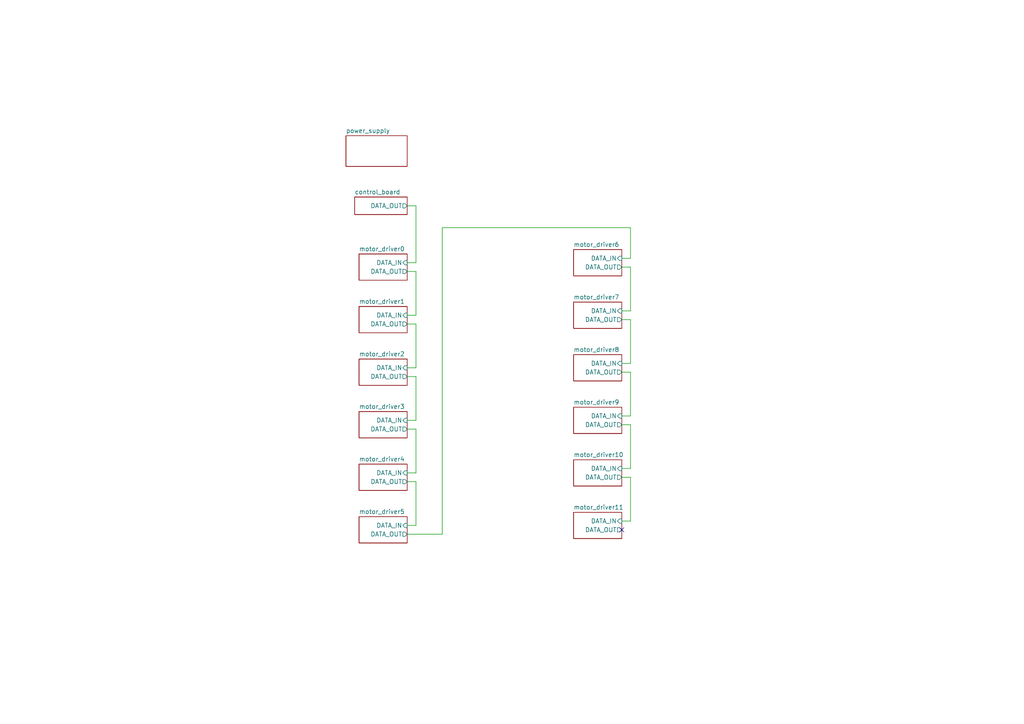
<source format=kicad_sch>
(kicad_sch
	(version 20250114)
	(generator "eeschema")
	(generator_version "9.0")
	(uuid "f74582a2-e122-4df8-8bf1-319684e69fbe")
	(paper "A4")
	(title_block
		(title "Clockclock")
		(date "2025-02-27")
		(rev "v2.1")
	)
	(lib_symbols)
	(no_connect
		(at 180.34 153.67)
		(uuid "1eb5c639-421c-41f7-ad2a-5117d5acb90d")
	)
	(wire
		(pts
			(xy 118.11 124.46) (xy 120.65 124.46)
		)
		(stroke
			(width 0)
			(type default)
		)
		(uuid "0766c422-4abe-404a-88b1-5cc7beb8cc54")
	)
	(wire
		(pts
			(xy 128.27 66.04) (xy 182.88 66.04)
		)
		(stroke
			(width 0)
			(type default)
		)
		(uuid "0a00ede7-bd40-4bb3-a87b-0532f615987b")
	)
	(wire
		(pts
			(xy 120.65 152.4) (xy 118.11 152.4)
		)
		(stroke
			(width 0)
			(type default)
		)
		(uuid "13d79a89-94eb-4b46-bc98-a7e3694e92c4")
	)
	(wire
		(pts
			(xy 180.34 77.47) (xy 182.88 77.47)
		)
		(stroke
			(width 0)
			(type default)
		)
		(uuid "142879d0-7231-4b20-9256-d5a9d87abdf0")
	)
	(wire
		(pts
			(xy 118.11 109.22) (xy 120.65 109.22)
		)
		(stroke
			(width 0)
			(type default)
		)
		(uuid "15a44c3f-3c78-471a-83da-68faec0261c2")
	)
	(wire
		(pts
			(xy 182.88 92.71) (xy 182.88 105.41)
		)
		(stroke
			(width 0)
			(type default)
		)
		(uuid "185a4d7f-2b7f-4c0f-a822-fed7baf2a8ed")
	)
	(wire
		(pts
			(xy 118.11 76.2) (xy 120.65 76.2)
		)
		(stroke
			(width 0)
			(type default)
		)
		(uuid "207f60d3-294d-43fc-b98e-421416a0ceb9")
	)
	(wire
		(pts
			(xy 120.65 121.92) (xy 118.11 121.92)
		)
		(stroke
			(width 0)
			(type default)
		)
		(uuid "20c0aa7c-d58a-4b80-a053-0f55bd872a6d")
	)
	(wire
		(pts
			(xy 182.88 151.13) (xy 180.34 151.13)
		)
		(stroke
			(width 0)
			(type default)
		)
		(uuid "21c71436-083e-42c3-8a31-fb633878eb2a")
	)
	(wire
		(pts
			(xy 182.88 135.89) (xy 180.34 135.89)
		)
		(stroke
			(width 0)
			(type default)
		)
		(uuid "2ff62761-427d-4ef5-833f-cd30f8e395f5")
	)
	(wire
		(pts
			(xy 180.34 123.19) (xy 182.88 123.19)
		)
		(stroke
			(width 0)
			(type default)
		)
		(uuid "37ecf65a-0f04-4961-a9b3-b297839313c0")
	)
	(wire
		(pts
			(xy 182.88 74.93) (xy 180.34 74.93)
		)
		(stroke
			(width 0)
			(type default)
		)
		(uuid "445cb02e-54ec-4f0d-afb2-bbb618859168")
	)
	(wire
		(pts
			(xy 118.11 93.98) (xy 120.65 93.98)
		)
		(stroke
			(width 0)
			(type default)
		)
		(uuid "4ffa7c15-a43b-4d4f-a738-165d9566868b")
	)
	(wire
		(pts
			(xy 118.11 139.7) (xy 120.65 139.7)
		)
		(stroke
			(width 0)
			(type default)
		)
		(uuid "5262fdc5-2cd4-49cf-a5b4-8f412827b4d1")
	)
	(wire
		(pts
			(xy 120.65 78.74) (xy 120.65 91.44)
		)
		(stroke
			(width 0)
			(type default)
		)
		(uuid "5500569c-ecb8-4320-81b9-a6c97dd0cc83")
	)
	(wire
		(pts
			(xy 180.34 107.95) (xy 182.88 107.95)
		)
		(stroke
			(width 0)
			(type default)
		)
		(uuid "5fcb36aa-2720-43c9-9dc2-e5561eefbcf6")
	)
	(wire
		(pts
			(xy 182.88 90.17) (xy 180.34 90.17)
		)
		(stroke
			(width 0)
			(type default)
		)
		(uuid "71125b77-9721-4c17-a2ac-7473fa6fd3d9")
	)
	(wire
		(pts
			(xy 180.34 138.43) (xy 182.88 138.43)
		)
		(stroke
			(width 0)
			(type default)
		)
		(uuid "7487c762-f5dc-4d87-b2a2-901e3f884609")
	)
	(wire
		(pts
			(xy 182.88 123.19) (xy 182.88 135.89)
		)
		(stroke
			(width 0)
			(type default)
		)
		(uuid "7ae7c7a7-a792-407f-9180-8b093b31bb4e")
	)
	(wire
		(pts
			(xy 180.34 92.71) (xy 182.88 92.71)
		)
		(stroke
			(width 0)
			(type default)
		)
		(uuid "7f04f3f7-4dbb-45d0-8512-a3b2d63112e6")
	)
	(wire
		(pts
			(xy 182.88 66.04) (xy 182.88 74.93)
		)
		(stroke
			(width 0)
			(type default)
		)
		(uuid "8e672071-e64c-42d8-a529-a43756145cb4")
	)
	(wire
		(pts
			(xy 118.11 78.74) (xy 120.65 78.74)
		)
		(stroke
			(width 0)
			(type default)
		)
		(uuid "8fad4350-3b09-4d5b-b1dc-cbd48440a6f3")
	)
	(wire
		(pts
			(xy 120.65 139.7) (xy 120.65 152.4)
		)
		(stroke
			(width 0)
			(type default)
		)
		(uuid "a239cbda-cbe9-4ef5-bd4d-2f01b900f627")
	)
	(wire
		(pts
			(xy 120.65 93.98) (xy 120.65 106.68)
		)
		(stroke
			(width 0)
			(type default)
		)
		(uuid "afb29891-3499-463c-a22c-a2ff318e0b18")
	)
	(wire
		(pts
			(xy 182.88 77.47) (xy 182.88 90.17)
		)
		(stroke
			(width 0)
			(type default)
		)
		(uuid "b445cdda-96c8-43d7-86b7-5eede96d80f7")
	)
	(wire
		(pts
			(xy 120.65 106.68) (xy 118.11 106.68)
		)
		(stroke
			(width 0)
			(type default)
		)
		(uuid "b6c0ee73-a359-4817-a021-b1ae7ef4bb5a")
	)
	(wire
		(pts
			(xy 120.65 109.22) (xy 120.65 121.92)
		)
		(stroke
			(width 0)
			(type default)
		)
		(uuid "b7537580-f185-40d2-98f6-240a3f2e2a73")
	)
	(wire
		(pts
			(xy 182.88 120.65) (xy 180.34 120.65)
		)
		(stroke
			(width 0)
			(type default)
		)
		(uuid "b7e835ce-b111-4d2f-ab19-c8ef667344f3")
	)
	(wire
		(pts
			(xy 182.88 105.41) (xy 180.34 105.41)
		)
		(stroke
			(width 0)
			(type default)
		)
		(uuid "b7ec9a7f-7102-484e-8b4e-8ba26fff343e")
	)
	(wire
		(pts
			(xy 182.88 138.43) (xy 182.88 151.13)
		)
		(stroke
			(width 0)
			(type default)
		)
		(uuid "bd1c09a9-5903-4f79-8f0c-60d8ef307507")
	)
	(wire
		(pts
			(xy 120.65 59.69) (xy 118.11 59.69)
		)
		(stroke
			(width 0)
			(type default)
		)
		(uuid "bd33c1a4-74f7-46c6-a531-481770492147")
	)
	(wire
		(pts
			(xy 182.88 107.95) (xy 182.88 120.65)
		)
		(stroke
			(width 0)
			(type default)
		)
		(uuid "cb1d8e51-d4f0-4930-b64e-03524ca53d78")
	)
	(wire
		(pts
			(xy 120.65 124.46) (xy 120.65 137.16)
		)
		(stroke
			(width 0)
			(type default)
		)
		(uuid "d198d63e-fa0f-4cd4-96c1-aa2df8f816e9")
	)
	(wire
		(pts
			(xy 128.27 154.94) (xy 128.27 66.04)
		)
		(stroke
			(width 0)
			(type default)
		)
		(uuid "f0824906-39ad-4d42-807f-3f1d40bd71a4")
	)
	(wire
		(pts
			(xy 120.65 137.16) (xy 118.11 137.16)
		)
		(stroke
			(width 0)
			(type default)
		)
		(uuid "f328a2dc-744d-48bc-beb0-4d4d41c1e264")
	)
	(wire
		(pts
			(xy 120.65 91.44) (xy 118.11 91.44)
		)
		(stroke
			(width 0)
			(type default)
		)
		(uuid "f9453d31-2c19-40df-8db1-8adb2b12dab3")
	)
	(wire
		(pts
			(xy 120.65 76.2) (xy 120.65 59.69)
		)
		(stroke
			(width 0)
			(type default)
		)
		(uuid "fc612888-5f4b-4146-ba31-155b20cc9b2c")
	)
	(wire
		(pts
			(xy 118.11 154.94) (xy 128.27 154.94)
		)
		(stroke
			(width 0)
			(type default)
		)
		(uuid "fc6c372b-40c7-410f-8039-b6a82ff5c100")
	)
	(sheet
		(at 166.37 102.87)
		(size 13.97 7.62)
		(exclude_from_sim no)
		(in_bom yes)
		(on_board yes)
		(dnp no)
		(fields_autoplaced yes)
		(stroke
			(width 0.1524)
			(type solid)
		)
		(fill
			(color 0 0 0 0.0000)
		)
		(uuid "019d0959-b2d7-40e3-bcde-64e1ae2cba0e")
		(property "Sheetname" "motor_driver8"
			(at 166.37 102.1584 0)
			(effects
				(font
					(size 1.27 1.27)
				)
				(justify left bottom)
			)
		)
		(property "Sheetfile" "motor_driver.kicad_sch"
			(at 166.37 111.0746 0)
			(effects
				(font
					(size 1.27 1.27)
				)
				(justify left top)
				(hide yes)
			)
		)
		(pin "DATA_IN" input
			(at 180.34 105.41 0)
			(uuid "ec97471f-c60f-427c-a985-9119b1b432aa")
			(effects
				(font
					(size 1.27 1.27)
				)
				(justify right)
			)
		)
		(pin "DATA_OUT" output
			(at 180.34 107.95 0)
			(uuid "3c225df1-8e10-4a54-a88a-ddd8da3cea2d")
			(effects
				(font
					(size 1.27 1.27)
				)
				(justify right)
			)
		)
		(instances
			(project "clockclock_main"
				(path "/f74582a2-e122-4df8-8bf1-319684e69fbe"
					(page "11")
				)
			)
		)
	)
	(sheet
		(at 104.14 119.38)
		(size 13.97 7.62)
		(exclude_from_sim no)
		(in_bom yes)
		(on_board yes)
		(dnp no)
		(fields_autoplaced yes)
		(stroke
			(width 0.1524)
			(type solid)
		)
		(fill
			(color 0 0 0 0.0000)
		)
		(uuid "139340e2-704b-4f11-8f36-78173d5ff297")
		(property "Sheetname" "motor_driver3"
			(at 104.14 118.6684 0)
			(effects
				(font
					(size 1.27 1.27)
				)
				(justify left bottom)
			)
		)
		(property "Sheetfile" "motor_driver.kicad_sch"
			(at 104.14 127.5846 0)
			(effects
				(font
					(size 1.27 1.27)
				)
				(justify left top)
				(hide yes)
			)
		)
		(pin "DATA_IN" input
			(at 118.11 121.92 0)
			(uuid "c9917f9d-0a75-4d46-9b2f-4bfd2b4acc2c")
			(effects
				(font
					(size 1.27 1.27)
				)
				(justify right)
			)
		)
		(pin "DATA_OUT" output
			(at 118.11 124.46 0)
			(uuid "b50e4222-6d92-4116-a079-3cacbebffbaa")
			(effects
				(font
					(size 1.27 1.27)
				)
				(justify right)
			)
		)
		(instances
			(project "clockclock_main"
				(path "/f74582a2-e122-4df8-8bf1-319684e69fbe"
					(page "6")
				)
			)
		)
	)
	(sheet
		(at 166.37 133.35)
		(size 13.97 7.62)
		(exclude_from_sim no)
		(in_bom yes)
		(on_board yes)
		(dnp no)
		(fields_autoplaced yes)
		(stroke
			(width 0.1524)
			(type solid)
		)
		(fill
			(color 0 0 0 0.0000)
		)
		(uuid "282cdb59-849b-4e51-8c8f-1fe6c219b1fb")
		(property "Sheetname" "motor_driver10"
			(at 166.37 132.6384 0)
			(effects
				(font
					(size 1.27 1.27)
				)
				(justify left bottom)
			)
		)
		(property "Sheetfile" "motor_driver.kicad_sch"
			(at 166.37 141.5546 0)
			(effects
				(font
					(size 1.27 1.27)
				)
				(justify left top)
				(hide yes)
			)
		)
		(pin "DATA_IN" input
			(at 180.34 135.89 0)
			(uuid "5d7799d7-34b7-49b4-bd23-be303d81ded5")
			(effects
				(font
					(size 1.27 1.27)
				)
				(justify right)
			)
		)
		(pin "DATA_OUT" output
			(at 180.34 138.43 0)
			(uuid "e3dbcc4a-c6ce-4cae-b1a1-caa5c9d01f2c")
			(effects
				(font
					(size 1.27 1.27)
				)
				(justify right)
			)
		)
		(instances
			(project "clockclock_main"
				(path "/f74582a2-e122-4df8-8bf1-319684e69fbe"
					(page "13")
				)
			)
		)
	)
	(sheet
		(at 166.37 118.11)
		(size 13.97 7.62)
		(exclude_from_sim no)
		(in_bom yes)
		(on_board yes)
		(dnp no)
		(fields_autoplaced yes)
		(stroke
			(width 0.1524)
			(type solid)
		)
		(fill
			(color 0 0 0 0.0000)
		)
		(uuid "2a294713-3d44-472d-bef5-1abebc44687b")
		(property "Sheetname" "motor_driver9"
			(at 166.37 117.3984 0)
			(effects
				(font
					(size 1.27 1.27)
				)
				(justify left bottom)
			)
		)
		(property "Sheetfile" "motor_driver.kicad_sch"
			(at 166.37 126.3146 0)
			(effects
				(font
					(size 1.27 1.27)
				)
				(justify left top)
				(hide yes)
			)
		)
		(pin "DATA_IN" input
			(at 180.34 120.65 0)
			(uuid "9618d0e6-a61d-4935-a382-801c7f494eaa")
			(effects
				(font
					(size 1.27 1.27)
				)
				(justify right)
			)
		)
		(pin "DATA_OUT" output
			(at 180.34 123.19 0)
			(uuid "766a8a15-8b7b-45c6-8e28-eeb9f48ee17e")
			(effects
				(font
					(size 1.27 1.27)
				)
				(justify right)
			)
		)
		(instances
			(project "clockclock_main"
				(path "/f74582a2-e122-4df8-8bf1-319684e69fbe"
					(page "12")
				)
			)
		)
	)
	(sheet
		(at 104.14 134.62)
		(size 13.97 7.62)
		(exclude_from_sim no)
		(in_bom yes)
		(on_board yes)
		(dnp no)
		(fields_autoplaced yes)
		(stroke
			(width 0.1524)
			(type solid)
		)
		(fill
			(color 0 0 0 0.0000)
		)
		(uuid "3b5368a0-d7c1-49e5-b592-54e26f9ab0f3")
		(property "Sheetname" "motor_driver4"
			(at 104.14 133.9084 0)
			(effects
				(font
					(size 1.27 1.27)
				)
				(justify left bottom)
			)
		)
		(property "Sheetfile" "motor_driver.kicad_sch"
			(at 104.14 142.8246 0)
			(effects
				(font
					(size 1.27 1.27)
				)
				(justify left top)
				(hide yes)
			)
		)
		(pin "DATA_IN" input
			(at 118.11 137.16 0)
			(uuid "6cf90aaa-85b3-4eb4-9e36-0816c7a0461a")
			(effects
				(font
					(size 1.27 1.27)
				)
				(justify right)
			)
		)
		(pin "DATA_OUT" output
			(at 118.11 139.7 0)
			(uuid "2c83c9eb-e0c6-4208-8948-3b04ed4fd212")
			(effects
				(font
					(size 1.27 1.27)
				)
				(justify right)
			)
		)
		(instances
			(project "clockclock_main"
				(path "/f74582a2-e122-4df8-8bf1-319684e69fbe"
					(page "7")
				)
			)
		)
	)
	(sheet
		(at 104.14 104.14)
		(size 13.97 7.62)
		(exclude_from_sim no)
		(in_bom yes)
		(on_board yes)
		(dnp no)
		(fields_autoplaced yes)
		(stroke
			(width 0.1524)
			(type solid)
		)
		(fill
			(color 0 0 0 0.0000)
		)
		(uuid "4aecfc80-b507-4e3a-9014-cbd720ff1980")
		(property "Sheetname" "motor_driver2"
			(at 104.14 103.4284 0)
			(effects
				(font
					(size 1.27 1.27)
				)
				(justify left bottom)
			)
		)
		(property "Sheetfile" "motor_driver.kicad_sch"
			(at 104.14 112.3446 0)
			(effects
				(font
					(size 1.27 1.27)
				)
				(justify left top)
				(hide yes)
			)
		)
		(pin "DATA_IN" input
			(at 118.11 106.68 0)
			(uuid "839c453e-3859-4233-b79c-b9ca0257ef74")
			(effects
				(font
					(size 1.27 1.27)
				)
				(justify right)
			)
		)
		(pin "DATA_OUT" output
			(at 118.11 109.22 0)
			(uuid "5dfc848e-e166-4fd3-9a83-b18182967f56")
			(effects
				(font
					(size 1.27 1.27)
				)
				(justify right)
			)
		)
		(instances
			(project "clockclock_main"
				(path "/f74582a2-e122-4df8-8bf1-319684e69fbe"
					(page "5")
				)
			)
		)
	)
	(sheet
		(at 102.87 57.15)
		(size 15.24 5.08)
		(exclude_from_sim no)
		(in_bom yes)
		(on_board yes)
		(dnp no)
		(fields_autoplaced yes)
		(stroke
			(width 0.1524)
			(type solid)
		)
		(fill
			(color 0 0 0 0.0000)
		)
		(uuid "4bcac3d6-680b-4b29-8743-c3c7298e2548")
		(property "Sheetname" "control_board"
			(at 102.87 56.4384 0)
			(effects
				(font
					(size 1.27 1.27)
				)
				(justify left bottom)
			)
		)
		(property "Sheetfile" "control_board.kicad_sch"
			(at 102.87 62.8146 0)
			(effects
				(font
					(size 1.27 1.27)
				)
				(justify left top)
				(hide yes)
			)
		)
		(pin "DATA_OUT" output
			(at 118.11 59.69 0)
			(uuid "a1e5a78d-cbc8-4723-bcf5-b8a47d90986b")
			(effects
				(font
					(size 1.27 1.27)
				)
				(justify right)
			)
		)
		(instances
			(project "clockclock_main"
				(path "/f74582a2-e122-4df8-8bf1-319684e69fbe"
					(page "2")
				)
			)
		)
	)
	(sheet
		(at 166.37 148.59)
		(size 13.97 7.62)
		(exclude_from_sim no)
		(in_bom yes)
		(on_board yes)
		(dnp no)
		(fields_autoplaced yes)
		(stroke
			(width 0.1524)
			(type solid)
		)
		(fill
			(color 0 0 0 0.0000)
		)
		(uuid "4e7aa681-599e-48a1-98d2-7ee6054e5f59")
		(property "Sheetname" "motor_driver11"
			(at 166.37 147.8784 0)
			(effects
				(font
					(size 1.27 1.27)
				)
				(justify left bottom)
			)
		)
		(property "Sheetfile" "motor_driver.kicad_sch"
			(at 166.37 156.7946 0)
			(effects
				(font
					(size 1.27 1.27)
				)
				(justify left top)
				(hide yes)
			)
		)
		(pin "DATA_IN" input
			(at 180.34 151.13 0)
			(uuid "a5854770-6607-4553-b943-40eb67714f66")
			(effects
				(font
					(size 1.27 1.27)
				)
				(justify right)
			)
		)
		(pin "DATA_OUT" output
			(at 180.34 153.67 0)
			(uuid "855b9ff7-78f4-464e-81e2-7d1d5cdb618c")
			(effects
				(font
					(size 1.27 1.27)
				)
				(justify right)
			)
		)
		(instances
			(project "clockclock_main"
				(path "/f74582a2-e122-4df8-8bf1-319684e69fbe"
					(page "14")
				)
			)
		)
	)
	(sheet
		(at 166.37 87.63)
		(size 13.97 7.62)
		(exclude_from_sim no)
		(in_bom yes)
		(on_board yes)
		(dnp no)
		(fields_autoplaced yes)
		(stroke
			(width 0.1524)
			(type solid)
		)
		(fill
			(color 0 0 0 0.0000)
		)
		(uuid "56b777f7-590b-4db9-98ba-01b4469f76a0")
		(property "Sheetname" "motor_driver7"
			(at 166.37 86.9184 0)
			(effects
				(font
					(size 1.27 1.27)
				)
				(justify left bottom)
			)
		)
		(property "Sheetfile" "motor_driver.kicad_sch"
			(at 166.37 95.8346 0)
			(effects
				(font
					(size 1.27 1.27)
				)
				(justify left top)
				(hide yes)
			)
		)
		(pin "DATA_IN" input
			(at 180.34 90.17 0)
			(uuid "5751ef65-fbfc-4394-8412-4f07015c69af")
			(effects
				(font
					(size 1.27 1.27)
				)
				(justify right)
			)
		)
		(pin "DATA_OUT" output
			(at 180.34 92.71 0)
			(uuid "448eca94-4897-4fa0-840c-d8dbd130e296")
			(effects
				(font
					(size 1.27 1.27)
				)
				(justify right)
			)
		)
		(instances
			(project "clockclock_main"
				(path "/f74582a2-e122-4df8-8bf1-319684e69fbe"
					(page "10")
				)
			)
		)
	)
	(sheet
		(at 104.14 73.66)
		(size 13.97 7.62)
		(exclude_from_sim no)
		(in_bom yes)
		(on_board yes)
		(dnp no)
		(fields_autoplaced yes)
		(stroke
			(width 0.1524)
			(type solid)
		)
		(fill
			(color 0 0 0 0.0000)
		)
		(uuid "81b72853-db4a-435b-a101-2d4a5729a607")
		(property "Sheetname" "motor_driver0"
			(at 104.14 72.9484 0)
			(effects
				(font
					(size 1.27 1.27)
				)
				(justify left bottom)
			)
		)
		(property "Sheetfile" "motor_driver.kicad_sch"
			(at 104.14 81.8646 0)
			(effects
				(font
					(size 1.27 1.27)
				)
				(justify left top)
				(hide yes)
			)
		)
		(pin "DATA_IN" input
			(at 118.11 76.2 0)
			(uuid "bfc987c4-19c6-4383-a5e1-78a271a2b5dd")
			(effects
				(font
					(size 1.27 1.27)
				)
				(justify right)
			)
		)
		(pin "DATA_OUT" output
			(at 118.11 78.74 0)
			(uuid "66352890-d52e-4a1b-90a7-5f0def90b348")
			(effects
				(font
					(size 1.27 1.27)
				)
				(justify right)
			)
		)
		(instances
			(project "clockclock_main"
				(path "/f74582a2-e122-4df8-8bf1-319684e69fbe"
					(page "3")
				)
			)
		)
	)
	(sheet
		(at 166.37 72.39)
		(size 13.97 7.62)
		(exclude_from_sim no)
		(in_bom yes)
		(on_board yes)
		(dnp no)
		(fields_autoplaced yes)
		(stroke
			(width 0.1524)
			(type solid)
		)
		(fill
			(color 0 0 0 0.0000)
		)
		(uuid "89777332-f368-41a1-9c8f-851eab9528aa")
		(property "Sheetname" "motor_driver6"
			(at 166.37 71.6784 0)
			(effects
				(font
					(size 1.27 1.27)
				)
				(justify left bottom)
			)
		)
		(property "Sheetfile" "motor_driver.kicad_sch"
			(at 166.37 80.5946 0)
			(effects
				(font
					(size 1.27 1.27)
				)
				(justify left top)
				(hide yes)
			)
		)
		(pin "DATA_IN" input
			(at 180.34 74.93 0)
			(uuid "706bc834-10ea-4e95-8990-4c5c57122fcf")
			(effects
				(font
					(size 1.27 1.27)
				)
				(justify right)
			)
		)
		(pin "DATA_OUT" output
			(at 180.34 77.47 0)
			(uuid "381155f5-52fe-43fd-ae0a-a19897eab55c")
			(effects
				(font
					(size 1.27 1.27)
				)
				(justify right)
			)
		)
		(instances
			(project "clockclock_main"
				(path "/f74582a2-e122-4df8-8bf1-319684e69fbe"
					(page "9")
				)
			)
		)
	)
	(sheet
		(at 100.33 39.37)
		(size 17.78 8.89)
		(exclude_from_sim no)
		(in_bom yes)
		(on_board yes)
		(dnp no)
		(fields_autoplaced yes)
		(stroke
			(width 0.1524)
			(type solid)
		)
		(fill
			(color 0 0 0 0.0000)
		)
		(uuid "8c6a74a5-4238-4c38-a1b6-74fe6b2385f9")
		(property "Sheetname" "power_supply"
			(at 100.33 38.6584 0)
			(effects
				(font
					(size 1.27 1.27)
				)
				(justify left bottom)
			)
		)
		(property "Sheetfile" "power_supply_mcu.kicad_sch"
			(at 100.33 48.8446 0)
			(effects
				(font
					(size 1.27 1.27)
				)
				(justify left top)
				(hide yes)
			)
		)
		(instances
			(project "clockclock_main"
				(path "/f74582a2-e122-4df8-8bf1-319684e69fbe"
					(page "1")
				)
			)
		)
	)
	(sheet
		(at 104.14 88.9)
		(size 13.97 7.62)
		(exclude_from_sim no)
		(in_bom yes)
		(on_board yes)
		(dnp no)
		(fields_autoplaced yes)
		(stroke
			(width 0.1524)
			(type solid)
		)
		(fill
			(color 0 0 0 0.0000)
		)
		(uuid "b6dbef3c-59a4-417d-9805-2b3c0886345e")
		(property "Sheetname" "motor_driver1"
			(at 104.14 88.1884 0)
			(effects
				(font
					(size 1.27 1.27)
				)
				(justify left bottom)
			)
		)
		(property "Sheetfile" "motor_driver.kicad_sch"
			(at 104.14 97.1046 0)
			(effects
				(font
					(size 1.27 1.27)
				)
				(justify left top)
				(hide yes)
			)
		)
		(pin "DATA_IN" input
			(at 118.11 91.44 0)
			(uuid "75533247-671e-490e-83fb-7bc87e17ad65")
			(effects
				(font
					(size 1.27 1.27)
				)
				(justify right)
			)
		)
		(pin "DATA_OUT" output
			(at 118.11 93.98 0)
			(uuid "b5ec5e3a-17b9-4783-9ddc-ad91e55750d5")
			(effects
				(font
					(size 1.27 1.27)
				)
				(justify right)
			)
		)
		(instances
			(project "clockclock_main"
				(path "/f74582a2-e122-4df8-8bf1-319684e69fbe"
					(page "4")
				)
			)
		)
	)
	(sheet
		(at 104.14 149.86)
		(size 13.97 7.62)
		(exclude_from_sim no)
		(in_bom yes)
		(on_board yes)
		(dnp no)
		(fields_autoplaced yes)
		(stroke
			(width 0.1524)
			(type solid)
		)
		(fill
			(color 0 0 0 0.0000)
		)
		(uuid "ebd563aa-1f82-4f6c-b14d-9a42f69511f5")
		(property "Sheetname" "motor_driver5"
			(at 104.14 149.1484 0)
			(effects
				(font
					(size 1.27 1.27)
				)
				(justify left bottom)
			)
		)
		(property "Sheetfile" "motor_driver.kicad_sch"
			(at 104.14 158.0646 0)
			(effects
				(font
					(size 1.27 1.27)
				)
				(justify left top)
				(hide yes)
			)
		)
		(pin "DATA_IN" input
			(at 118.11 152.4 0)
			(uuid "768b08c7-13f0-424a-815f-b6a1a1b80a16")
			(effects
				(font
					(size 1.27 1.27)
				)
				(justify right)
			)
		)
		(pin "DATA_OUT" output
			(at 118.11 154.94 0)
			(uuid "7b03158e-2e04-4568-bf8c-33d2c0263fc4")
			(effects
				(font
					(size 1.27 1.27)
				)
				(justify right)
			)
		)
		(instances
			(project "clockclock_main"
				(path "/f74582a2-e122-4df8-8bf1-319684e69fbe"
					(page "8")
				)
			)
		)
	)
	(sheet_instances
		(path "/"
			(page "0")
		)
	)
	(embedded_fonts no)
)

</source>
